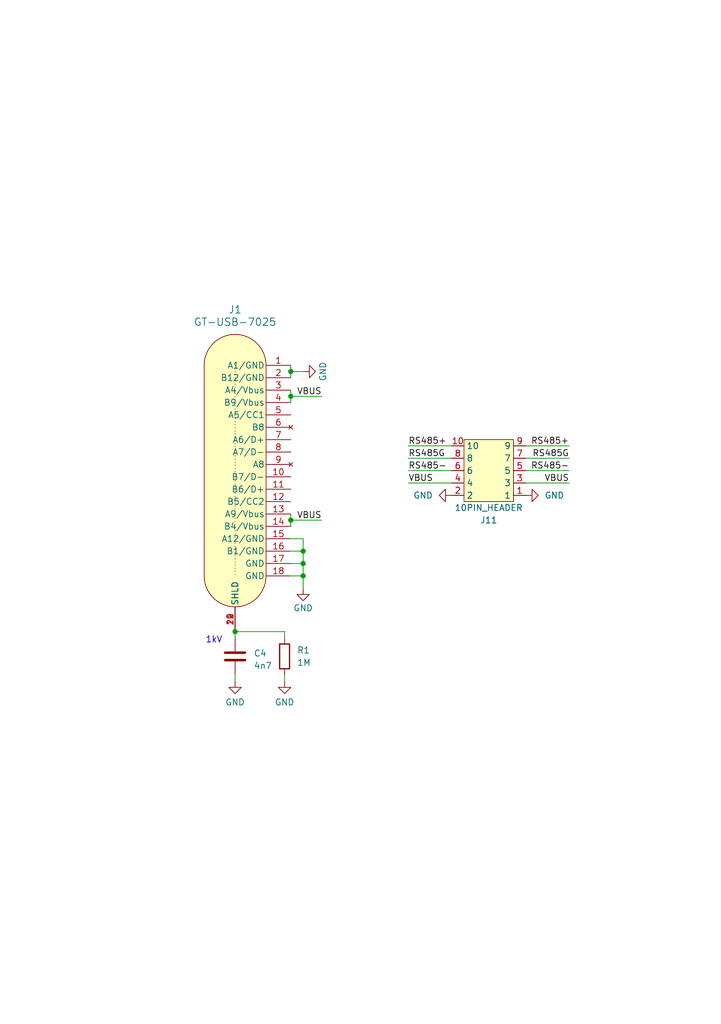
<source format=kicad_sch>
(kicad_sch (version 20250114) (generator "eeschema") (generator_version "9.0")
  (paper "A5" portrait)
  (lib_symbols
    (symbol "Device:C" (pin_numbers (hide yes)) (pin_names (offset 0.254))
      (property "Reference" "C" (at 0.635 2.54 0))
      (property "Value" "C" (at 0.635 -2.54 0))
      (symbol "C_0_1"
        (polyline (pts (xy -2.032 0.762) (xy 2.032 0.762)) (stroke (width 0.508)))
        (polyline (pts (xy -2.032 -0.762) (xy 2.032 -0.762)) (stroke (width 0.508)))
      )
      (symbol "C_1_1"
        (pin passive line (at 0 3.81 270) (length 2.794) (name "~") (number "1"))
        (pin passive line (at 0 -3.81 90) (length 2.794) (name "~") (number "2"))
      )
    )
    (symbol "Device:R" (pin_numbers (hide yes)) (pin_names (offset 0))
      (property "Reference" "R" (at 2.032 0 90))
      (property "Value" "R" (at 0 0 90))
      (symbol "R_0_1"
        (rectangle (start -1.016 -2.54) (end 1.016 2.54) (stroke (width 0.254)))
      )
      (symbol "R_1_1"
        (pin passive line (at 0 3.81 270) (length 1.27) (name "~") (number "1"))
        (pin passive line (at 0 -3.81 90) (length 1.27) (name "~") (number "2"))
      )
    )
    (symbol "GND_2" (power) (pin_numbers (hide yes)) (pin_names (offset 0) (hide yes))
      (property "Value" "GND" (at 0 -3.81 0))
      (symbol "GND_2_0_1"
        (polyline (pts (xy 0 0) (xy 0 -1.27) (xy 1.27 -1.27) (xy 0 -2.54) (xy -1.27 -1.27) (xy 0 -1.27)))
      )
      (symbol "GND_2_1_1"
        (pin power_in line (at 0 0 270) (length 0) (name "~") (number "1"))
      )
    )
    (symbol "power:GND" (power) (pin_names (offset 0))
      (property "Value" "GND" (at 0 -3.81 0))
      (symbol "GND_0_1"
        (polyline (pts (xy 0 0) (xy 0 -1.27) (xy 1.27 -1.27) (xy 0 -2.54) (xy -1.27 -1.27) (xy 0 -1.27)))
      )
      (symbol "GND_1_1"
        (pin power_in line (at 0 0 270) (length 0) (hide yes) (name "GND") (number "1"))
      )
    )
    (symbol "robotiq_wrist_coupling:10PIN_HEADER"
      (property "Reference" "J" (at -1.27 17.145 0))
      (property "Value" "10PIN_HEADER" (at 5.08 15.24 0))
      (symbol "10PIN_HEADER_1_1"
        (polyline (pts (xy 0 0) (xy 0 12.7) (xy 10.16 12.7) (xy 10.16 0) (xy 0 0)) (fill (type background)))
        (pin input line (at -2.54 11.43 0) (length 2.54) (name "1") (number "1"))
        (pin input line (at -2.54 8.89 0) (length 2.54) (name "3") (number "3"))
        (pin input line (at -2.54 6.35 0) (length 2.54) (name "5") (number "5"))
        (pin input line (at -2.54 3.81 0) (length 2.54) (name "7") (number "7"))
        (pin input line (at -2.54 1.27 0) (length 2.54) (name "9") (number "9"))
        (pin input line (at 12.7 11.43 180) (length 2.54) (name "2") (number "2"))
        (pin input line (at 12.7 8.89 180) (length 2.54) (name "4") (number "4"))
        (pin input line (at 12.7 6.35 180) (length 2.54) (name "6") (number "6"))
        (pin input line (at 12.7 3.81 180) (length 2.54) (name "8") (number "8"))
        (pin input line (at 12.7 1.27 180) (length 2.54) (name "10") (number "10"))
      )
    )
    (symbol "robotiq_wrist_coupling:GT-USB-7025" (pin_names (offset 0.254))
      (property "Reference" "J" (at 8.89 6.35 0))
      (property "Value" "GT-USB-7025" (at 0.762 19.05 0))
      (symbol "GT-USB-7025_1_1"
        (rectangle (start -6.35 0) (end 6.35 -43.18) (stroke (width -0.0001)) (fill (type background)))
        (polyline (pts (xy -6.35 0) (xy -6.35 -43.18)) (fill (type background)))
        (arc (start 0 -49.53) (mid -4.4902 -47.6702) (end -6.35 -43.18) (fill (type background)))
        (polyline (pts (xy 0 0) (xy 0 -43.18)) (stroke (width 0) (type dot)))
        (arc (start -6.35 0) (mid -4.4901 4.4901) (end 0 6.35) (fill (type background)))
        (arc (start 0 6.35) (mid 4.4902 4.4902) (end 6.35 0) (fill (type background)))
        (arc (start 6.35 -43.18) (mid 4.4902 -47.6702) (end 0 -49.53) (fill (type background)))
        (polyline (pts (xy 6.35 0) (xy 6.35 -43.18)))
        (pin unspecified line (at 0 -54.61 90) (length 5.08) (name "SHLD") (number "19"))
        (pin unspecified line (at 0 -54.61 90) (length 5.08) (name "SHLD") (number "20"))
        (pin unspecified line (at 0 -54.61 90) (length 5.08) (name "SHLD") (number "21"))
        (pin unspecified line (at 0 -54.61 90) (length 5.08) (name "SHLD") (number "22"))
        (pin unspecified line (at 0 -54.61 90) (length 5.08) (name "SHLD") (number "22"))
        (pin unspecified line (at 11.43 0 180) (length 5.08) (name "A1/GND") (number "1"))
        (pin unspecified line (at 11.43 -2.54 180) (length 5.08) (name "B12/GND") (number "2"))
        (pin unspecified line (at 11.43 -5.08 180) (length 5.08) (name "A4/Vbus") (number "3"))
        (pin unspecified line (at 11.43 -7.62 180) (length 5.08) (name "B9/Vbus") (number "4"))
        (pin unspecified line (at 11.43 -10.16 180) (length 5.08) (name "A5/CC1") (number "5"))
        (pin no_connect line (at 11.43 -12.7 180) (length 5.08) (name "B8") (number "6"))
        (pin unspecified line (at 11.43 -15.24 180) (length 5.08) (name "A6/D+") (number "7"))
        (pin unspecified line (at 11.43 -17.78 180) (length 5.08) (name "A7/D-") (number "8"))
        (pin no_connect line (at 11.43 -20.32 180) (length 5.08) (name "A8") (number "9"))
        (pin unspecified line (at 11.43 -22.86 180) (length 5.08) (name "B7/D-") (number "10"))
        (pin unspecified line (at 11.43 -25.4 180) (length 5.08) (name "B6/D+") (number "11"))
        (pin unspecified line (at 11.43 -27.94 180) (length 5.08) (name "B5/CC2") (number "12"))
        (pin unspecified line (at 11.43 -30.48 180) (length 5.08) (name "A9/Vbus") (number "13"))
        (pin unspecified line (at 11.43 -33.02 180) (length 5.08) (name "B4/Vbus") (number "14"))
        (pin unspecified line (at 11.43 -35.56 180) (length 5.08) (name "A12/GND") (number "15"))
        (pin unspecified line (at 11.43 -38.1 180) (length 5.08) (name "B1/GND") (number "16"))
        (pin unspecified line (at 11.43 -40.64 180) (length 5.08) (name "GND") (number "17"))
        (pin unspecified line (at 11.43 -43.18 180) (length 5.08) (name "GND") (number "18"))
      )
      (symbol "GT-USB-7025_1_2"
        (polyline (pts (xy 5.08 2.54) (xy 5.08 -45.72)) (stroke (width 0.127)))
        (polyline (pts (xy 5.08 -45.72) (xy 12.7 -45.72)) (stroke (width 0.127)))
        (polyline (pts (xy 7.62 0) (xy 5.08 0)) (stroke (width 0.127)))
        (polyline (pts (xy 7.62 0) (xy 8.89 0.8467)) (stroke (width 0.127)))
        (polyline (pts (xy 7.62 0) (xy 8.89 -0.8467)) (stroke (width 0.127)))
        (polyline (pts (xy 7.62 -2.54) (xy 5.08 -2.54)) (stroke (width 0.127)))
        (polyline (pts (xy 7.62 -2.54) (xy 8.89 -1.6933)) (stroke (width 0.127)))
        (polyline (pts (xy 7.62 -2.54) (xy 8.89 -3.3867)) (stroke (width 0.127)))
        (polyline (pts (xy 7.62 -5.08) (xy 5.08 -5.08)) (stroke (width 0.127)))
        (polyline (pts (xy 7.62 -5.08) (xy 8.89 -4.2333)) (stroke (width 0.127)))
        (polyline (pts (xy 7.62 -5.08) (xy 8.89 -5.9267)) (stroke (width 0.127)))
        (polyline (pts (xy 7.62 -7.62) (xy 5.08 -7.62)) (stroke (width 0.127)))
        (polyline (pts (xy 7.62 -7.62) (xy 8.89 -6.7733)) (stroke (width 0.127)))
        (polyline (pts (xy 7.62 -7.62) (xy 8.89 -8.4667)) (stroke (width 0.127)))
        (polyline (pts (xy 7.62 -10.16) (xy 5.08 -10.16)) (stroke (width 0.127)))
        (polyline (pts (xy 7.62 -10.16) (xy 8.89 -9.3133)) (stroke (width 0.127)))
        (polyline (pts (xy 7.62 -10.16) (xy 8.89 -11.0067)) (stroke (width 0.127)))
        (polyline (pts (xy 7.62 -12.7) (xy 5.08 -12.7)) (stroke (width 0.127)))
        (polyline (pts (xy 7.62 -12.7) (xy 8.89 -11.8533)) (stroke (width 0.127)))
        (polyline (pts (xy 7.62 -12.7) (xy 8.89 -13.5467)) (stroke (width 0.127)))
        (polyline (pts (xy 7.62 -15.24) (xy 5.08 -15.24)) (stroke (width 0.127)))
        (polyline (pts (xy 7.62 -15.24) (xy 8.89 -14.3933)) (stroke (width 0.127)))
        (polyline (pts (xy 7.62 -15.24) (xy 8.89 -16.0867)) (stroke (width 0.127)))
        (polyline (pts (xy 7.62 -17.78) (xy 5.08 -17.78)) (stroke (width 0.127)))
        (polyline (pts (xy 7.62 -17.78) (xy 8.89 -16.9333)) (stroke (width 0.127)))
        (polyline (pts (xy 7.62 -17.78) (xy 8.89 -18.6267)) (stroke (width 0.127)))
        (polyline (pts (xy 7.62 -20.32) (xy 5.08 -20.32)) (stroke (width 0.127)))
        (polyline (pts (xy 7.62 -20.32) (xy 8.89 -19.4733)) (stroke (width 0.127)))
        (polyline (pts (xy 7.62 -20.32) (xy 8.89 -21.1667)) (stroke (width 0.127)))
        (polyline (pts (xy 7.62 -22.86) (xy 5.08 -22.86)) (stroke (width 0.127)))
        (polyline (pts (xy 7.62 -22.86) (xy 8.89 -22.0133)) (stroke (width 0.127)))
        (polyline (pts (xy 7.62 -22.86) (xy 8.89 -23.7067)) (stroke (width 0.127)))
        (polyline (pts (xy 7.62 -25.4) (xy 5.08 -25.4)) (stroke (width 0.127)))
        (polyline (pts (xy 7.62 -25.4) (xy 8.89 -24.5533)) (stroke (width 0.127)))
        (polyline (pts (xy 7.62 -25.4) (xy 8.89 -26.2467)) (stroke (width 0.127)))
        (polyline (pts (xy 7.62 -27.94) (xy 5.08 -27.94)) (stroke (width 0.127)))
        (polyline (pts (xy 7.62 -27.94) (xy 8.89 -27.0933)) (stroke (width 0.127)))
        (polyline (pts (xy 7.62 -27.94) (xy 8.89 -28.7867)) (stroke (width 0.127)))
        (polyline (pts (xy 7.62 -30.48) (xy 5.08 -30.48)) (stroke (width 0.127)))
        (polyline (pts (xy 7.62 -30.48) (xy 8.89 -29.6333)) (stroke (width 0.127)))
        (polyline (pts (xy 7.62 -30.48) (xy 8.89 -31.3267)) (stroke (width 0.127)))
        (polyline (pts (xy 7.62 -33.02) (xy 5.08 -33.02)) (stroke (width 0.127)))
        (polyline (pts (xy 7.62 -33.02) (xy 8.89 -32.1733)) (stroke (width 0.127)))
        (polyline (pts (xy 7.62 -33.02) (xy 8.89 -33.8667)) (stroke (width 0.127)))
        (polyline (pts (xy 7.62 -35.56) (xy 5.08 -35.56)) (stroke (width 0.127)))
        (polyline (pts (xy 7.62 -35.56) (xy 8.89 -34.7133)) (stroke (width 0.127)))
        (polyline (pts (xy 7.62 -35.56) (xy 8.89 -36.4067)) (stroke (width 0.127)))
        (polyline (pts (xy 7.62 -38.1) (xy 5.08 -38.1)) (stroke (width 0.127)))
        (polyline (pts (xy 7.62 -38.1) (xy 8.89 -37.2533)) (stroke (width 0.127)))
        (polyline (pts (xy 7.62 -38.1) (xy 8.89 -38.9467)) (stroke (width 0.127)))
        (polyline (pts (xy 7.62 -40.64) (xy 5.08 -40.64)) (stroke (width 0.127)))
        (polyline (pts (xy 7.62 -40.64) (xy 8.89 -39.7933)) (stroke (width 0.127)))
        (polyline (pts (xy 7.62 -40.64) (xy 8.89 -41.4867)) (stroke (width 0.127)))
        (polyline (pts (xy 7.62 -43.18) (xy 5.08 -43.18)) (stroke (width 0.127)))
        (polyline (pts (xy 7.62 -43.18) (xy 8.89 -42.3333)) (stroke (width 0.127)))
        (polyline (pts (xy 7.62 -43.18) (xy 8.89 -44.0267)) (stroke (width 0.127)))
        (polyline (pts (xy 12.7 2.54) (xy 5.08 2.54)) (stroke (width 0.127)))
        (polyline (pts (xy 12.7 -45.72) (xy 12.7 2.54)) (stroke (width 0.127)))
        (pin unspecified line (at 0 0 0) (length 5.08) (name "1") (number "1"))
        (pin unspecified line (at 0 -43.18 0) (length 5.08) (name "21") (number "21"))
        (pin unspecified line (at 1.27 -2.54 0) (length 5.08) (name "2") (number "2"))
        (pin unspecified line (at 1.27 -5.08 0) (length 5.08) (name "3") (number "3"))
        (pin unspecified line (at 1.27 -7.62 0) (length 5.08) (name "4") (number "4"))
        (pin unspecified line (at 1.27 -10.16 0) (length 5.08) (name "5") (number "5"))
        (pin unspecified line (at 1.27 -12.7 0) (length 5.08) (name "6") (number "6"))
        (pin unspecified line (at 1.27 -15.24 0) (length 5.08) (name "7") (number "7"))
        (pin unspecified line (at 1.27 -17.78 0) (length 5.08) (name "8") (number "8"))
        (pin unspecified line (at 1.27 -20.32 0) (length 5.08) (name "9") (number "9"))
        (pin unspecified line (at 1.27 -22.86 0) (length 5.08) (name "10") (number "10"))
        (pin unspecified line (at 1.27 -25.4 0) (length 5.08) (name "11") (number "11"))
        (pin unspecified line (at 1.27 -27.94 0) (length 5.08) (name "12") (number "12"))
        (pin unspecified line (at 1.27 -30.48 0) (length 5.08) (name "13") (number "13"))
        (pin unspecified line (at 1.27 -33.02 0) (length 5.08) (name "14") (number "14"))
        (pin unspecified line (at 1.27 -35.56 0) (length 5.08) (name "15") (number "15"))
        (pin unspecified line (at 1.27 -38.1 0) (length 5.08) (name "16") (number "16"))
        (pin unspecified line (at 1.27 -40.64 0) (length 5.08) (name "22") (number "22"))
      )
    )
  )
  (text "1kV" (at 42.164 132.08 0) (effects (font (size 1.27 1.27)) (justify left bottom)))
  (junction (at 62.23 115.57))
  (junction (at 59.69 81.28))
  (junction (at 59.69 76.2))
  (junction (at 59.69 106.68))
  (junction (at 48.26 129.54))
  (junction (at 62.23 113.03))
  (junction (at 62.23 118.11))
  (wire (pts (xy 59.69 76.2) (xy 59.69 77.47)))
  (wire (pts (xy 58.42 138.43) (xy 58.42 139.7)))
  (wire (pts (xy 62.23 113.03) (xy 62.23 115.57)))
  (wire (pts (xy 59.69 105.41) (xy 59.69 106.68)))
  (wire (pts (xy 92.71 91.44) (xy 83.82 91.44)))
  (wire (pts (xy 59.69 80.01) (xy 59.69 81.28)))
  (wire (pts (xy 59.69 118.11) (xy 62.23 118.11)))
  (wire (pts (xy 58.42 130.81) (xy 58.42 129.54)))
  (wire (pts (xy 58.42 129.54) (xy 48.26 129.54)))
  (wire (pts (xy 59.69 113.03) (xy 62.23 113.03)))
  (wire (pts (xy 116.84 96.52) (xy 107.95 96.52)))
  (wire (pts (xy 116.84 93.98) (xy 107.95 93.98)))
  (wire (pts (xy 59.69 81.28) (xy 66.04 81.28)))
  (wire (pts (xy 59.69 81.28) (xy 59.69 82.55)))
  (wire (pts (xy 59.69 115.57) (xy 62.23 115.57)))
  (wire (pts (xy 48.26 130.81) (xy 48.26 129.54)))
  (wire (pts (xy 59.69 106.68) (xy 66.04 106.68)))
  (wire (pts (xy 62.23 110.49) (xy 62.23 113.03)))
  (wire (pts (xy 59.69 74.93) (xy 59.69 76.2)))
  (wire (pts (xy 48.26 138.43) (xy 48.26 139.7)))
  (wire (pts (xy 92.71 96.52) (xy 83.82 96.52)))
  (wire (pts (xy 59.69 76.2) (xy 62.23 76.2)))
  (wire (pts (xy 116.84 99.06) (xy 107.95 99.06)))
  (wire (pts (xy 92.71 93.98) (xy 83.82 93.98)))
  (wire (pts (xy 59.69 110.49) (xy 62.23 110.49)))
  (wire (pts (xy 116.84 91.44) (xy 107.95 91.44)))
  (wire (pts (xy 62.23 115.57) (xy 62.23 118.11)))
  (wire (pts (xy 92.71 99.06) (xy 83.82 99.06)))
  (wire (pts (xy 62.23 120.65) (xy 62.23 118.11)))
  (wire (pts (xy 59.69 106.68) (xy 59.69 107.95)))
  (label "RS485-" (at 116.84 96.52 180))
  (label "RS485+" (at 116.84 91.44 180))
  (label "VBUS" (at 116.84 99.06 180))
  (label "RS485+" (at 83.82 91.44 0))
  (label "VBUS" (at 66.04 81.28 180))
  (label "VBUS" (at 66.04 106.68 180))
  (label "RS485G" (at 116.84 93.98 180))
  (label "VBUS" (at 83.82 99.06 0))
  (label "RS485-" (at 83.82 96.52 0))
  (label "RS485G" (at 83.82 93.98 0))
  (symbol (lib_id "robotiq_wrist_coupling:GT-USB-7025") (at 48.26 74.93 0) (unit 1)
    (property "Reference" "J1" (at 48.26 63.5 0) (effects (font (size 1.524 1.524))))
    (property "Value" "GT-USB-7025" (at 48.26 66.04 0) (effects (font (size 1.524 1.524))))
    (property "Footprint" "robotiq_wrist_coupling:CONN16X1_GT-USB-7025_GSW" (effects (hide yes)))
    (property "Datasheet" "GT-USB-7025" (effects (hide yes)))
    (property "LCSC" "C963213" (effects (hide yes)))
  )
  (symbol (lib_id "power:GND") (at 58.42 139.7 0) (unit 1)
    (property "Reference" "#PWR07" (effects (hide yes)))
    (property "Value" "GND" (at 58.42 144.018 0))
  )
  (symbol (lib_id "power:GND") (at 48.26 139.7 0) (unit 1)
    (property "Reference" "#PWR05" (effects (hide yes)))
    (property "Value" "GND" (at 48.26 144.018 0))
  )
  (symbol (lib_id "Device:R") (at 58.42 134.62 0) (unit 1)
    (property "Reference" "R1" (at 60.96 133.35 0) (effects (justify left)))
    (property "Value" "1M" (at 60.96 135.89 0) (effects (justify left)))
    (property "Footprint" "Resistor_SMD:R_0603_1608Metric" (effects (hide yes)))
    (property "LCSC" "C22935" (effects (hide yes)))
  )
  (symbol (lib_id "power:GND") (at 62.23 120.65 0) (unit 1)
    (property "Reference" "#PWR06" (effects (hide yes)))
    (property "Value" "GND" (at 62.23 124.714 0))
  )
  (symbol (lib_name "GND_2") (lib_id "power:GND") (at 92.71 101.6 270) (unit 1)
    (property "Reference" "#PWR039" (effects (hide yes)))
    (property "Value" "GND" (at 88.9 101.6001 90) (effects (justify right)))
    (property "Description" "Power symbol creates a global label with name \"GND\" , ground" (effects (hide yes)))
  )
  (symbol (lib_id "robotiq_wrist_coupling:10PIN_HEADER") (at 105.41 90.17 180) (unit 1)
    (property "Reference" "J11" (at 100.33 106.68 0))
    (property "Value" "10PIN_HEADER" (at 100.33 104.14 0))
    (property "Footprint" "robotiq_wrist_coupling:HOLE_2x5" (effects (hide yes)))
  )
  (symbol (lib_name "GND_2") (lib_id "power:GND") (at 107.95 101.6 90) (unit 1)
    (property "Reference" "#PWR038" (effects (hide yes)))
    (property "Value" "GND" (at 111.76 101.6001 90) (effects (justify right)))
    (property "Description" "Power symbol creates a global label with name \"GND\" , ground" (effects (hide yes)))
  )
  (symbol (lib_id "power:GND") (at 62.23 76.2 90) (unit 1)
    (property "Reference" "#PWR028" (effects (hide yes)))
    (property "Value" "GND" (at 66.294 76.2 0))
  )
  (symbol (lib_id "Device:C") (at 48.26 134.62 0) (unit 1)
    (property "Reference" "C4" (at 52.07 133.985 0) (effects (justify left)))
    (property "Value" "4n7" (at 52.07 136.525 0) (effects (justify left)))
    (property "Footprint" "Capacitor_SMD:C_0805_2012Metric" (effects (hide yes)))
    (property "LCSC" "C1744" (effects (hide yes)))
  )
)
</source>
